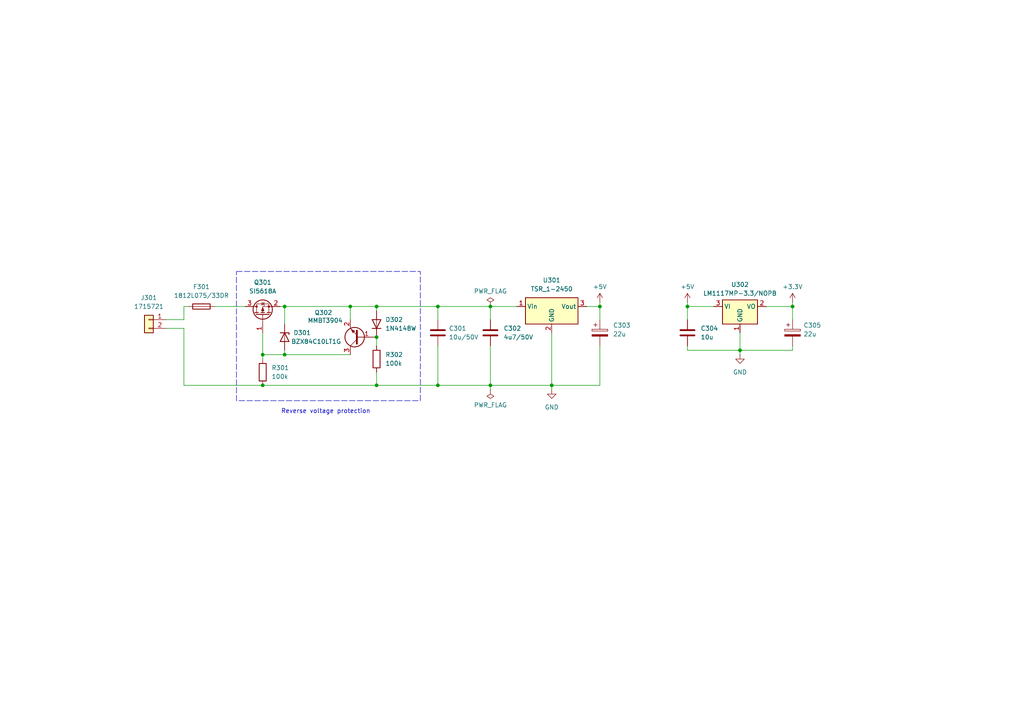
<source format=kicad_sch>
(kicad_sch (version 20231120) (generator "eeschema") (generator_version "8.0")
  (paper "A4")
  (lib_symbols
    (symbol "Connector_Generic:Conn_01x02" (pin_names (offset 1.016) hide)
      (property "Reference" "J" (at 0 2.54 0))
      (property "Value" "Conn_01x02" (at 0 -5.08 0))
      (symbol "Conn_01x02_1_1"
        (rectangle (start -1.27 -2.413) (end 0 -2.667) (stroke (width 0.1524)))
        (rectangle (start -1.27 0.127) (end 0 -0.127) (stroke (width 0.1524)))
        (rectangle (start -1.27 1.27) (end 1.27 -3.81) (stroke (width 0.254)) (fill (type background)))
        (pin passive line (at -5.08 0 0) (length 3.81) (name "Pin_1") (number "1"))
        (pin passive line (at -5.08 -2.54 0) (length 3.81) (name "Pin_2") (number "2"))
      )
    )
    (symbol "Device:C" (pin_numbers hide) (pin_names (offset 0.254))
      (property "Reference" "C" (at 0.635 2.54 0))
      (property "Value" "C" (at 0.635 -2.54 0))
      (symbol "C_0_1"
        (polyline (pts (xy -2.032 -0.762) (xy 2.032 -0.762)) (stroke (width 0.508)))
        (polyline (pts (xy -2.032 0.762) (xy 2.032 0.762)) (stroke (width 0.508)))
      )
      (symbol "C_1_1"
        (pin passive line (at 0 3.81 270) (length 2.794) (name "~") (number "1"))
        (pin passive line (at 0 -3.81 90) (length 2.794) (name "~") (number "2"))
      )
    )
    (symbol "Device:C_Polarized" (pin_numbers hide) (pin_names (offset 0.254))
      (property "Reference" "C" (at 0.635 2.54 0))
      (property "Value" "C_Polarized" (at 0.635 -2.54 0))
      (symbol "C_Polarized_0_1"
        (rectangle (start -2.286 0.508) (end 2.286 1.016))
        (polyline (pts (xy -1.778 2.286) (xy -0.762 2.286)))
        (polyline (pts (xy -1.27 2.794) (xy -1.27 1.778)))
        (rectangle (start 2.286 -0.508) (end -2.286 -1.016) (fill (type outline)))
      )
      (symbol "C_Polarized_1_1"
        (pin passive line (at 0 3.81 270) (length 2.794) (name "~") (number "1"))
        (pin passive line (at 0 -3.81 90) (length 2.794) (name "~") (number "2"))
      )
    )
    (symbol "Device:Fuse" (pin_numbers hide) (pin_names (offset 0))
      (property "Reference" "F" (at 2.032 0 90))
      (property "Value" "Fuse" (at -1.905 0 90))
      (symbol "Fuse_0_1"
        (rectangle (start -0.762 -2.54) (end 0.762 2.54) (stroke (width 0.254)))
        (polyline (pts (xy 0 2.54) (xy 0 -2.54)))
      )
      (symbol "Fuse_1_1"
        (pin passive line (at 0 3.81 270) (length 1.27) (name "~") (number "1"))
        (pin passive line (at 0 -3.81 90) (length 1.27) (name "~") (number "2"))
      )
    )
    (symbol "Device:Q_PMOS_GSD" (pin_names (offset 0) hide)
      (property "Reference" "Q" (at 5.08 1.27 0))
      (property "Value" "Q_PMOS_GSD" (at 5.08 -1.27 0))
      (symbol "Q_PMOS_GSD_0_1"
        (polyline (pts (xy 0.254 0) (xy -2.54 0)))
        (polyline (pts (xy 0.254 1.905) (xy 0.254 -1.905)) (stroke (width 0.254)))
        (polyline (pts (xy 0.762 -1.27) (xy 0.762 -2.286)) (stroke (width 0.254)))
        (polyline (pts (xy 0.762 0.508) (xy 0.762 -0.508)) (stroke (width 0.254)))
        (polyline (pts (xy 0.762 2.286) (xy 0.762 1.27)) (stroke (width 0.254)))
        (polyline (pts (xy 2.54 2.54) (xy 2.54 1.778)))
        (polyline (pts (xy 2.54 -2.54) (xy 2.54 0) (xy 0.762 0)))
        (polyline (pts (xy 0.762 1.778) (xy 3.302 1.778) (xy 3.302 -1.778) (xy 0.762 -1.778)))
        (polyline (pts (xy 2.286 0) (xy 1.27 0.381) (xy 1.27 -0.381) (xy 2.286 0)) (fill (type outline)))
        (polyline (pts (xy 2.794 -0.508) (xy 2.921 -0.381) (xy 3.683 -0.381) (xy 3.81 -0.254)))
        (polyline (pts (xy 3.302 -0.381) (xy 2.921 0.254) (xy 3.683 0.254) (xy 3.302 -0.381)))
        (circle (center 1.651 0) (radius 2.794) (stroke (width 0.254)))
        (circle (center 2.54 -1.778) (radius 0.254) (fill (type outline)))
        (circle (center 2.54 1.778) (radius 0.254) (fill (type outline)))
      )
      (symbol "Q_PMOS_GSD_1_1"
        (pin input line (at -5.08 0 0) (length 2.54) (name "G") (number "1"))
        (pin passive line (at 2.54 -5.08 90) (length 2.54) (name "S") (number "2"))
        (pin passive line (at 2.54 5.08 270) (length 2.54) (name "D") (number "3"))
      )
    )
    (symbol "Device:R" (pin_numbers hide) (pin_names (offset 0))
      (property "Reference" "R" (at 2.032 0 90))
      (property "Value" "R" (at 0 0 90))
      (symbol "R_0_1"
        (rectangle (start -1.016 -2.54) (end 1.016 2.54) (stroke (width 0.254)))
      )
      (symbol "R_1_1"
        (pin passive line (at 0 3.81 270) (length 1.27) (name "~") (number "1"))
        (pin passive line (at 0 -3.81 90) (length 1.27) (name "~") (number "2"))
      )
    )
    (symbol "Diode:1N4148W" (pin_numbers hide) (pin_names hide)
      (property "Reference" "D" (at 0 2.54 0))
      (property "Value" "1N4148W" (at 0 -2.54 0))
      (symbol "1N4148W_0_1"
        (polyline (pts (xy -1.27 1.27) (xy -1.27 -1.27)) (stroke (width 0.254)))
        (polyline (pts (xy 1.27 0) (xy -1.27 0)))
        (polyline (pts (xy 1.27 1.27) (xy 1.27 -1.27) (xy -1.27 0) (xy 1.27 1.27)) (stroke (width 0.254)))
      )
      (symbol "1N4148W_1_1"
        (pin passive line (at -3.81 0 0) (length 2.54) (name "K") (number "1"))
        (pin passive line (at 3.81 0 180) (length 2.54) (name "A") (number "2"))
      )
    )
    (symbol "Diode:BZX84Cxx" (pin_numbers hide) (pin_names hide)
      (property "Reference" "D" (at 0 3.81 0))
      (property "Value" "BZX84Cxx" (at 0 -3.81 0))
      (symbol "BZX84Cxx_0_1"
        (polyline (pts (xy 1.27 0) (xy -1.27 0)))
        (polyline (pts (xy -1.27 -1.27) (xy -1.27 1.27) (xy -0.762 1.27)) (stroke (width 0.254)))
        (polyline (pts (xy 1.27 -1.27) (xy 1.27 1.27) (xy -1.27 0) (xy 1.27 -1.27)) (stroke (width 0.254)))
      )
      (symbol "BZX84Cxx_1_1"
        (pin passive line (at 3.81 0 180) (length 2.54) (name "A") (number "1"))
        (pin no_connect line (at 1.27 0 180) (length 2.54) hide (name "NC") (number "2"))
        (pin passive line (at -3.81 0 0) (length 2.54) (name "K") (number "3"))
      )
    )
    (symbol "Regulator_Linear:LM1117MP-3.3"
      (property "Reference" "U" (at -3.81 3.175 0))
      (property "Value" "LM1117MP-3.3" (at 0 3.175 0))
      (symbol "LM1117MP-3.3_0_1"
        (rectangle (start -5.08 -5.08) (end 5.08 1.905) (stroke (width 0.254)) (fill (type background)))
      )
      (symbol "LM1117MP-3.3_1_1"
        (pin power_in line (at 0 -7.62 90) (length 2.54) (name "GND") (number "1"))
        (pin power_out line (at 7.62 0 180) (length 2.54) (name "VO") (number "2"))
        (pin power_in line (at -7.62 0 0) (length 2.54) (name "VI") (number "3"))
      )
    )
    (symbol "Regulator_Switching:TSR_1-2450"
      (property "Reference" "U" (at -7.62 6.35 0))
      (property "Value" "TSR_1-2450" (at -1.27 6.35 0))
      (symbol "TSR_1-2450_0_1"
        (rectangle (start -7.62 5.08) (end 7.62 -2.54) (stroke (width 0.254)) (fill (type background)))
      )
      (symbol "TSR_1-2450_1_1"
        (pin power_in line (at -10.16 2.54 0) (length 2.54) (name "Vin") (number "1"))
        (pin power_in line (at 0 -5.08 90) (length 2.54) (name "GND") (number "2"))
        (pin power_out line (at 10.16 2.54 180) (length 2.54) (name "Vout") (number "3"))
      )
    )
    (symbol "Transistor_BJT:MMBT3904" (pin_names (offset 0) hide)
      (property "Reference" "Q" (at 5.08 1.905 0))
      (property "Value" "MMBT3904" (at 5.08 0 0))
      (symbol "MMBT3904_0_1"
        (polyline (pts (xy 0.635 0.635) (xy 2.54 2.54)))
        (polyline (pts (xy 0.635 -0.635) (xy 2.54 -2.54) (xy 2.54 -2.54)))
        (polyline (pts (xy 0.635 1.905) (xy 0.635 -1.905) (xy 0.635 -1.905)) (stroke (width 0.508)))
        (polyline (pts (xy 1.27 -1.778) (xy 1.778 -1.27) (xy 2.286 -2.286) (xy 1.27 -1.778) (xy 1.27 -1.778)) (fill (type outline)))
        (circle (center 1.27 0) (radius 2.8194) (stroke (width 0.254)))
      )
      (symbol "MMBT3904_1_1"
        (pin input line (at -5.08 0 0) (length 5.715) (name "B") (number "1"))
        (pin passive line (at 2.54 -5.08 90) (length 2.54) (name "E") (number "2"))
        (pin passive line (at 2.54 5.08 270) (length 2.54) (name "C") (number "3"))
      )
    )
    (symbol "power:+3.3V" (power) (pin_numbers hide) (pin_names (offset 0) hide)
      (property "Value" "+3.3V" (at 0 3.556 0))
      (symbol "+3.3V_0_1"
        (polyline (pts (xy -0.762 1.27) (xy 0 2.54)))
        (polyline (pts (xy 0 0) (xy 0 2.54)))
        (polyline (pts (xy 0 2.54) (xy 0.762 1.27)))
      )
      (symbol "+3.3V_1_1"
        (pin power_in line (at 0 0 90) (length 0) (name "~") (number "1"))
      )
    )
    (symbol "power:+5V" (power) (pin_numbers hide) (pin_names (offset 0) hide)
      (property "Value" "+5V" (at 0 3.556 0))
      (symbol "+5V_0_1"
        (polyline (pts (xy -0.762 1.27) (xy 0 2.54)))
        (polyline (pts (xy 0 0) (xy 0 2.54)))
        (polyline (pts (xy 0 2.54) (xy 0.762 1.27)))
      )
      (symbol "+5V_1_1"
        (pin power_in line (at 0 0 90) (length 0) (name "~") (number "1"))
      )
    )
    (symbol "power:GND" (power) (pin_numbers hide) (pin_names (offset 0) hide)
      (property "Value" "GND" (at 0 -3.81 0))
      (symbol "GND_0_1"
        (polyline (pts (xy 0 0) (xy 0 -1.27) (xy 1.27 -1.27) (xy 0 -2.54) (xy -1.27 -1.27) (xy 0 -1.27)))
      )
      (symbol "GND_1_1"
        (pin power_in line (at 0 0 270) (length 0) (name "~") (number "1"))
      )
    )
    (symbol "power:PWR_FLAG" (power) (pin_numbers hide) (pin_names (offset 0) hide)
      (property "Value" "PWR_FLAG" (at 0 3.81 0))
      (symbol "PWR_FLAG_0_0"
        (pin power_out line (at 0 0 90) (length 0) (name "~") (number "1"))
      )
      (symbol "PWR_FLAG_0_1"
        (polyline (pts (xy 0 0) (xy 0 1.27) (xy -1.016 1.905) (xy 0 2.54) (xy 1.016 1.905) (xy 0 1.27)))
      )
    )
  )
  (junction (at 142.24 111.76))
  (junction (at 214.63 101.6))
  (junction (at 101.6 88.9))
  (junction (at 199.39 88.9))
  (junction (at 127 88.9))
  (junction (at 127 111.76))
  (junction (at 109.22 111.76))
  (junction (at 82.55 102.87))
  (junction (at 142.24 88.9))
  (junction (at 173.99 88.9))
  (junction (at 229.87 88.9))
  (junction (at 160.02 111.76))
  (junction (at 109.22 97.79))
  (junction (at 82.55 88.9))
  (junction (at 76.2 102.87))
  (junction (at 76.2 111.76))
  (junction (at 109.22 88.9))
  (wire (pts (xy 53.34 95.25) (xy 48.26 95.25)))
  (wire (pts (xy 142.24 111.76) (xy 160.02 111.76)))
  (wire (pts (xy 142.24 111.76) (xy 142.24 113.03)))
  (wire (pts (xy 76.2 111.76) (xy 109.22 111.76)))
  (wire (pts (xy 229.87 88.9) (xy 229.87 92.71)))
  (wire (pts (xy 109.22 107.95) (xy 109.22 111.76)))
  (wire (pts (xy 53.34 95.25) (xy 53.34 111.76)))
  (wire (pts (xy 160.02 111.76) (xy 173.99 111.76)))
  (wire (pts (xy 62.23 88.9) (xy 71.12 88.9)))
  (wire (pts (xy 101.6 88.9) (xy 109.22 88.9)))
  (wire (pts (xy 199.39 88.9) (xy 199.39 92.71)))
  (wire (pts (xy 82.55 102.87) (xy 76.2 102.87)))
  (wire (pts (xy 82.55 101.6) (xy 82.55 102.87)))
  (wire (pts (xy 109.22 97.79) (xy 109.22 100.33)))
  (wire (pts (xy 81.28 88.9) (xy 82.55 88.9)))
  (wire (pts (xy 229.87 100.33) (xy 229.87 101.6)))
  (wire (pts (xy 127 88.9) (xy 142.24 88.9)))
  (wire (pts (xy 142.24 100.33) (xy 142.24 111.76)))
  (wire (pts (xy 109.22 88.9) (xy 127 88.9)))
  (wire (pts (xy 109.22 88.9) (xy 109.22 90.17)))
  (wire (pts (xy 82.55 102.87) (xy 101.6 102.87)))
  (wire (pts (xy 53.34 111.76) (xy 76.2 111.76)))
  (wire (pts (xy 214.63 101.6) (xy 214.63 96.52)))
  (wire (pts (xy 142.24 88.9) (xy 142.24 92.71)))
  (wire (pts (xy 142.24 88.9) (xy 149.86 88.9)))
  (wire (pts (xy 199.39 100.33) (xy 199.39 101.6)))
  (wire (pts (xy 173.99 92.71) (xy 173.99 88.9)))
  (wire (pts (xy 82.55 88.9) (xy 82.55 93.98)))
  (wire (pts (xy 127 100.33) (xy 127 111.76)))
  (wire (pts (xy 109.22 111.76) (xy 127 111.76)))
  (wire (pts (xy 160.02 113.03) (xy 160.02 111.76)))
  (wire (pts (xy 76.2 102.87) (xy 76.2 104.14)))
  (wire (pts (xy 170.18 88.9) (xy 173.99 88.9)))
  (wire (pts (xy 101.6 88.9) (xy 101.6 92.71)))
  (wire (pts (xy 160.02 96.52) (xy 160.02 111.76)))
  (wire (pts (xy 127 88.9) (xy 127 92.71)))
  (wire (pts (xy 229.87 87.63) (xy 229.87 88.9)))
  (wire (pts (xy 199.39 87.63) (xy 199.39 88.9)))
  (wire (pts (xy 82.55 88.9) (xy 101.6 88.9)))
  (wire (pts (xy 199.39 88.9) (xy 207.01 88.9)))
  (wire (pts (xy 173.99 111.76) (xy 173.99 100.33)))
  (wire (pts (xy 127 111.76) (xy 142.24 111.76)))
  (wire (pts (xy 53.34 92.71) (xy 53.34 88.9)))
  (wire (pts (xy 48.26 92.71) (xy 53.34 92.71)))
  (wire (pts (xy 76.2 96.52) (xy 76.2 102.87)))
  (wire (pts (xy 199.39 101.6) (xy 214.63 101.6)))
  (wire (pts (xy 214.63 101.6) (xy 214.63 102.87)))
  (wire (pts (xy 222.25 88.9) (xy 229.87 88.9)))
  (wire (pts (xy 53.34 88.9) (xy 54.61 88.9)))
  (wire (pts (xy 173.99 87.63) (xy 173.99 88.9)))
  (wire (pts (xy 214.63 101.6) (xy 229.87 101.6)))
  (rectangle (start 68.58 78.74) (end 121.92 116.205) (stroke (width 0) (type dash)))
  (text "Reverse voltage protection" (at 94.488 119.38 0) (effects (font (size 1.27 1.27))))
  (symbol (lib_id "power:GND") (at 214.63 102.87 0) (unit 1)
    (property "Reference" "#PWR0304" (effects (hide yes)))
    (property "Value" "GND" (at 214.63 107.95 0))
    (property "Description" "Power symbol creates a global label with name \"GND\" , ground" (effects (hide yes)))
    (instances (project "ETH1ISO224" (path "" (reference "#PWR0304") (unit 1))) (project "ETH1HMSR-SMS" (path "" (reference "#PWR0204") (unit 1))) (project "ETH1IRCAM1" (path "" (reference "#PWR0223") (unit 1))))
  )
  (symbol (lib_id "Regulator_Switching:TSR_1-2450") (at 160.02 91.44 0) (unit 1)
    (property "Reference" "U301" (at 160.02 81.28 0))
    (property "Value" "TSR_1-2450" (at 160.02 83.82 0))
    (property "Footprint" "Converter_DCDC:Converter_DCDC_TRACO_TSR-1_THT" (effects (hide yes)))
    (property "Datasheet" "http://www.tracopower.com/products/tsr1.pdf" (effects (hide yes)))
    (instances (project "ETH1ISO224" (path "" (reference "U301") (unit 1))) (project "ETH1HMSR-SMS" (path "" (reference "U201") (unit 1))) (project "ETH1IRCAM1" (path "" (reference "U201") (unit 1))))
  )
  (symbol (lib_id "power:+5V") (at 173.99 87.63 0) (unit 1)
    (property "Reference" "#PWR0302" (effects (hide yes)))
    (property "Value" "+5V" (at 173.99 83.185 0))
    (property "Description" "Power symbol creates a global label with name \"+5V\"" (effects (hide yes)))
    (instances (project "ETH1ISO224" (path "" (reference "#PWR0302") (unit 1))) (project "ETH1HMSR-SMS" (path "" (reference "#PWR0202") (unit 1))) (project "ETH1IRCAM1" (path "" (reference "#PWR0202") (unit 1))))
  )
  (symbol (lib_id "Device:C") (at 127 96.52 0) (unit 1)
    (property "Reference" "C301" (at 130.175 95.25 0) (effects (justify left)))
    (property "Value" "10u/50V" (at 130.175 97.79 0) (effects (justify left)))
    (property "Footprint" "Capacitor_SMD:C_1206_3216Metric_Pad1.33x1.80mm_HandSolder" (effects (hide yes)))
    (instances (project "ETH1ISO224" (path "" (reference "C301") (unit 1))) (project "ETH1HMSR-SMS" (path "" (reference "C201") (unit 1))) (project "ETH1IRCAM1" (path "" (reference "C201") (unit 1))))
  )
  (symbol (lib_id "Device:C_Polarized") (at 229.87 96.52 0) (unit 1)
    (property "Reference" "C305" (at 233.045 94.361 0) (effects (justify left)))
    (property "Value" "22u" (at 233.045 96.901 0) (effects (justify left)))
    (property "Footprint" "Capacitor_Tantalum_SMD:CP_EIA-3528-21_Kemet-B_Pad1.50x2.35mm_HandSolder" (effects (hide yes)))
    (instances (project "ETH1ISO224" (path "" (reference "C305") (unit 1))) (project "ETH1HMSR-SMS" (path "" (reference "C205") (unit 1))) (project "ETH1IRCAM1" (path "" (reference "C211") (unit 1))))
  )
  (symbol (lib_id "Device:R") (at 76.2 107.95 0) (unit 1)
    (property "Reference" "R301" (at 78.74 106.68 0) (effects (justify left)))
    (property "Value" "100k" (at 78.74 109.22 0) (effects (justify left)))
    (property "Footprint" "Resistor_SMD:R_0603_1608Metric_Pad0.98x0.95mm_HandSolder" (effects (hide yes)))
    (instances (project "ETH1ISO224" (path "" (reference "R301") (unit 1))) (project "ETH1HMSR-SMS" (path "" (reference "R201") (unit 1))) (project "ETH1IRCAM1" (path "" (reference "R202") (unit 1))))
  )
  (symbol (lib_id "Device:Fuse") (at 58.42 88.9 90) (unit 1)
    (property "Reference" "F301" (at 58.42 83.185 90))
    (property "Value" "1812L075/33DR" (at 58.42 85.725 90))
    (property "Footprint" "Fuse:Fuse_1812_4532Metric_Pad1.30x3.40mm_HandSolder" (effects (hide yes)))
    (instances (project "ETH1ISO224" (path "" (reference "F301") (unit 1))) (project "ETH1HMSR-SMS" (path "" (reference "F201") (unit 1))) (project "ETH1IRCAM1" (path "" (reference "F201") (unit 1))))
  )
  (symbol (lib_id "Diode:BZX84Cxx") (at 82.55 97.79 270) (unit 1)
    (property "Reference" "D301" (at 85.09 96.52 90) (effects (justify left)))
    (property "Value" "BZX84C10LT1G" (at 84.455 99.06 90) (effects (justify left)))
    (property "Footprint" "Package_TO_SOT_SMD:SOT-23" (effects (hide yes)))
    (property "Datasheet" "https://diotec.com/tl_files/diotec/files/pdf/datasheets/bzx84c2v4.pdf" (effects (hide yes)))
    (instances (project "ETH1ISO224" (path "" (reference "D301") (unit 1))) (project "ETH1HMSR-SMS" (path "" (reference "D201") (unit 1))) (project "ETH1IRCAM1" (path "" (reference "D201") (unit 1))))
  )
  (symbol (lib_id "Device:Q_PMOS_GSD") (at 76.2 91.44 90) (unit 1)
    (property "Reference" "Q301" (at 76.2 81.915 90))
    (property "Value" "SI5618A" (at 76.2 84.455 90))
    (property "Footprint" "Package_TO_SOT_SMD:SOT-23" (effects (hide yes)))
    (instances (project "ETH1ISO224" (path "" (reference "Q301") (unit 1))) (project "ETH1HMSR-SMS" (path "" (reference "Q201") (unit 1))) (project "ETH1IRCAM1" (path "" (reference "Q201") (unit 1))))
  )
  (symbol (lib_id "power:+3.3V") (at 229.87 87.63 0) (unit 1)
    (property "Reference" "#PWR0305" (effects (hide yes)))
    (property "Value" "+3.3V" (at 229.87 83.185 0))
    (property "Description" "Power symbol creates a global label with name \"+3.3V\"" (effects (hide yes)))
    (instances (project "ETH1ISO224" (path "" (reference "#PWR0305") (unit 1))) (project "ETH1HMSR-SMS" (path "" (reference "#PWR0205") (unit 1))) (project "ETH1IRCAM1" (path "" (reference "#PWR0222") (unit 1))))
  )
  (symbol (lib_id "power:PWR_FLAG") (at 142.24 113.03 180) (unit 1)
    (property "Reference" "#FLG0302" (effects (hide yes)))
    (property "Value" "PWR_FLAG" (at 142.24 117.475 0))
    (property "Description" "Special symbol for telling ERC where power comes from" (effects (hide yes)))
    (instances (project "ETH1ISO224" (path "" (reference "#FLG0302") (unit 1))) (project "ETH1HMSR-SMS" (path "" (reference "#FLG0202") (unit 1))) (project "ETH1IRCAM1" (path "" (reference "#FLG0202") (unit 1))))
  )
  (symbol (lib_id "Transistor_BJT:MMBT3904") (at 104.14 97.79 180) (unit 1)
    (property "Reference" "Q302" (at 96.393 90.678 0) (effects (justify left)))
    (property "Value" "MMBT3904" (at 99.441 92.964 0) (effects (justify left)))
    (property "Footprint" "Package_TO_SOT_SMD:SOT-23" (effects (hide yes)))
    (property "Datasheet" "https://www.onsemi.com/pdf/datasheet/pzt3904-d.pdf" (effects (hide yes)))
    (instances (project "ETH1ISO224" (path "" (reference "Q302") (unit 1))) (project "ETH1HMSR-SMS" (path "" (reference "Q202") (unit 1))) (project "ETH1IRCAM1" (path "" (reference "Q202") (unit 1))))
  )
  (symbol (lib_id "Regulator_Linear:LM1117MP-3.3") (at 214.63 88.9 0) (unit 1)
    (property "Reference" "U302" (at 214.63 82.55 0))
    (property "Value" "LM1117MP-3.3/NOPB" (at 214.63 85.09 0))
    (property "Footprint" "Package_TO_SOT_SMD:SOT-223-3_TabPin2" (effects (hide yes)))
    (property "Datasheet" "http://www.ti.com/lit/ds/symlink/lm1117.pdf" (effects (hide yes)))
    (property "Description" "800mA Low-Dropout Linear Regulator, 3.3V fixed output, SOT-223" (effects (hide yes)))
    (instances (project "ETH1ISO224" (path "" (reference "U302") (unit 1))) (project "ETH1HMSR-SMS" (path "" (reference "U202") (unit 1))))
  )
  (symbol (lib_id "Device:C") (at 142.24 96.52 0) (unit 1)
    (property "Reference" "C302" (at 146.05 95.25 0) (effects (justify left)))
    (property "Value" "4u7/50V" (at 146.05 97.79 0) (effects (justify left)))
    (property "Footprint" "Capacitor_SMD:C_1206_3216Metric_Pad1.33x1.80mm_HandSolder" (effects (hide yes)))
    (instances (project "ETH1ISO224" (path "" (reference "C302") (unit 1))) (project "ETH1HMSR-SMS" (path "" (reference "C202") (unit 1))) (project "ETH1IRCAM1" (path "" (reference "C202") (unit 1))))
  )
  (symbol (lib_id "Device:R") (at 109.22 104.14 0) (unit 1)
    (property "Reference" "R302" (at 111.76 102.87 0) (effects (justify left)))
    (property "Value" "100k" (at 111.76 105.41 0) (effects (justify left)))
    (property "Footprint" "Resistor_SMD:R_0603_1608Metric_Pad0.98x0.95mm_HandSolder" (effects (hide yes)))
    (instances (project "ETH1ISO224" (path "" (reference "R302") (unit 1))) (project "ETH1HMSR-SMS" (path "" (reference "R202") (unit 1))) (project "ETH1IRCAM1" (path "" (reference "R203") (unit 1))))
  )
  (symbol (lib_id "Connector_Generic:Conn_01x02") (at 43.18 92.71 0) (mirror y) (unit 1)
    (property "Reference" "J301" (at 43.18 86.36 0))
    (property "Value" "1715721" (at 43.18 88.9 0))
    (property "Footprint" "TerminalBlock_Phoenix:TerminalBlock_Phoenix_MKDS-1,5-2_1x02_P5.00mm_Horizontal" (effects (hide yes)))
    (instances (project "ETH1ISO224" (path "" (reference "J301") (unit 1))) (project "ETH1HMSR-SMS" (path "" (reference "J201") (unit 1))) (project "ETH1IRCAM1" (path "" (reference "J201") (unit 1))))
  )
  (symbol (lib_id "Device:C_Polarized") (at 173.99 96.52 0) (unit 1)
    (property "Reference" "C303" (at 177.8 94.361 0) (effects (justify left)))
    (property "Value" "22u" (at 177.8 96.901 0) (effects (justify left)))
    (property "Footprint" "Capacitor_Tantalum_SMD:CP_EIA-3528-21_Kemet-B_Pad1.50x2.35mm_HandSolder" (effects (hide yes)))
    (instances (project "ETH1ISO224" (path "" (reference "C303") (unit 1))) (project "ETH1HMSR-SMS" (path "" (reference "C203") (unit 1))) (project "ETH1IRCAM1" (path "" (reference "C203") (unit 1))))
  )
  (symbol (lib_id "power:PWR_FLAG") (at 142.24 88.9 0) (unit 1)
    (property "Reference" "#FLG0301" (effects (hide yes)))
    (property "Value" "PWR_FLAG" (at 142.24 84.455 0))
    (property "Description" "Special symbol for telling ERC where power comes from" (effects (hide yes)))
    (instances (project "ETH1ISO224" (path "" (reference "#FLG0301") (unit 1))) (project "ETH1HMSR-SMS" (path "" (reference "#FLG0201") (unit 1))) (project "ETH1IRCAM1" (path "" (reference "#FLG0201") (unit 1))))
  )
  (symbol (lib_id "Diode:1N4148W") (at 109.22 93.98 90) (unit 1)
    (property "Reference" "D302" (at 111.76 92.71 90) (effects (justify right)))
    (property "Value" "1N4148W" (at 111.76 95.25 90) (effects (justify right)))
    (property "Footprint" "Diode_SMD:D_SOD-123" (effects (hide yes)))
    (property "Datasheet" "https://www.vishay.com/docs/85748/1n4148w.pdf" (effects (hide yes)))
    (property "Sim.Device" "D" (effects (hide yes)))
    (property "Sim.Pins" "1=K 2=A" (effects (hide yes)))
    (instances (project "ETH1ISO224" (path "" (reference "D302") (unit 1))) (project "ETH1HMSR-SMS" (path "" (reference "D202") (unit 1))) (project "ETH1IRCAM1" (path "" (reference "D202") (unit 1))))
  )
  (symbol (lib_id "power:GND") (at 160.02 113.03 0) (unit 1)
    (property "Reference" "#PWR0301" (effects (hide yes)))
    (property "Value" "GND" (at 160.02 118.11 0))
    (property "Description" "Power symbol creates a global label with name \"GND\" , ground" (effects (hide yes)))
    (instances (project "ETH1ISO224" (path "" (reference "#PWR0301") (unit 1))) (project "ETH1HMSR-SMS" (path "" (reference "#PWR0201") (unit 1))) (project "ETH1IRCAM1" (path "" (reference "#PWR0201") (unit 1))))
  )
  (symbol (lib_id "Device:C") (at 199.39 96.52 0) (unit 1)
    (property "Reference" "C304" (at 203.2 95.25 0) (effects (justify left)))
    (property "Value" "10u" (at 203.2 97.79 0) (effects (justify left)))
    (property "Footprint" "Capacitor_SMD:C_1206_3216Metric_Pad1.33x1.80mm_HandSolder" (effects (hide yes)))
    (instances (project "ETH1ISO224" (path "" (reference "C304") (unit 1))) (project "ETH1HMSR-SMS" (path "" (reference "C204") (unit 1))) (project "ETH1IRCAM1" (path "" (reference "C204") (unit 1))))
  )
  (symbol (lib_id "power:+5V") (at 199.39 87.63 0) (unit 1)
    (property "Reference" "#PWR0303" (effects (hide yes)))
    (property "Value" "+5V" (at 199.39 83.185 0))
    (property "Description" "Power symbol creates a global label with name \"+5V\"" (effects (hide yes)))
    (instances (project "ETH1ISO224" (path "" (reference "#PWR0303") (unit 1))) (project "ETH1HMSR-SMS" (path "" (reference "#PWR0203") (unit 1))) (project "ETH1IRCAM1" (path "" (reference "#PWR0203") (unit 1))))
  )
)
</source>
